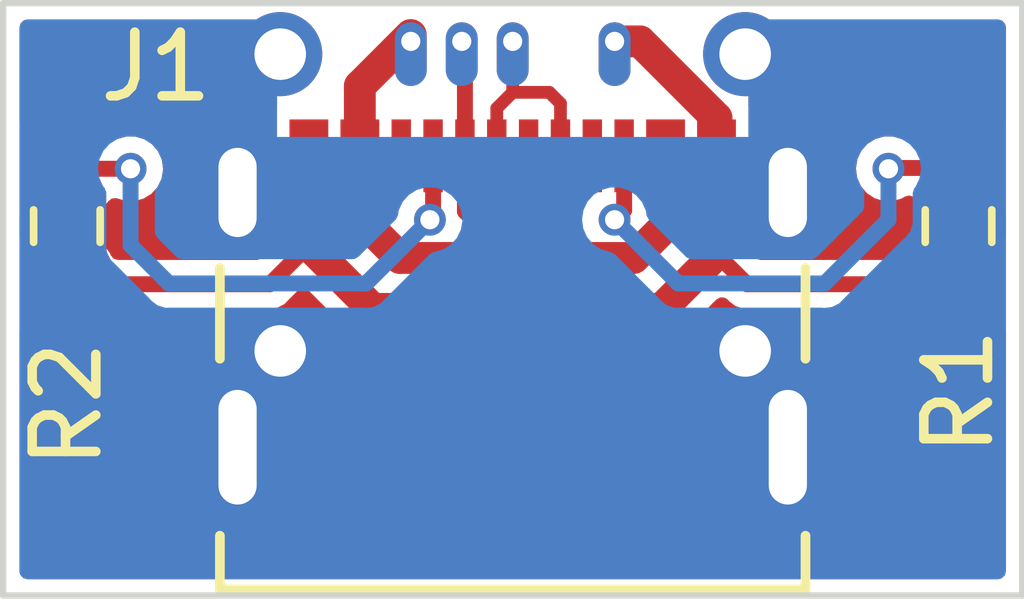
<source format=kicad_pcb>
(kicad_pcb (version 20211014) (generator pcbnew)
  (layers (0 "F.Cu" signal) (31 "B.Cu" signal) (34 "B.Paste" user) (35 "F.Paste" user) (36 "B.SilkS" user "B.Silkscreen") (37 "F.SilkS" user "F.Silkscreen") (38 "B.Mask" user) (39 "F.Mask" user) (44 "Edge.Cuts" user))
  (net 0 "")
  (net 3 "GND")
  (net 4 "+5V")
  (net 5 "GNDPWR")
  (net 6 "Net-(J1-PadA5)")
  (net 7 "Net-(J1-PadB5)")
  (net 8 "/DN")
  (net 9 "/DP")
  (footprint "" (layer "F.Cu") (at 101.6 96.1)
    (fp_text reference "" hide)
    (fp_text value "" hide)
    (pad "B11" thru_hole oval (at 0 0) (size 0.5 1) (drill 0.3 (offset 0 0.2)) (layers *.Cu *.Mask) (net 3 "GND"))
  )
  (footprint "Resistor_SMD:R_0603_1608Metric_Pad0.98x0.95mm_HandSolder" (layer "F.Cu") (at 93 99 90)
    (fp_text reference "R2" (at -2.8 0 90) (layer "F.SilkS"))
    (fp_text value "5K1" hide)
    (fp_line (start -0.254724 0.5225) (end 0.254724 0.5225) (layer "F.SilkS") (width 0.12))
    (fp_line (start -0.254724 -0.5225) (end 0.254724 -0.5225) (layer "F.SilkS") (width 0.12))
    (pad "1" smd roundrect (at -0.9125 0 90) (size 0.975 0.95) (layers "F.Cu" "F.Paste" "F.Mask") (net 3 "GND"))
    (pad "2" smd roundrect (at 0.9125 0 90) (size 0.975 0.95) (layers "F.Cu" "F.Paste" "F.Mask") (net 6 "Net-(J1-PadA5)"))
  )
  (footprint "Resistor_SMD:R_0603_1608Metric_Pad0.98x0.95mm_HandSolder" (layer "F.Cu") (at 107 99 90)
    (fp_text reference "R1" (at -2.6 0 90) (layer "F.SilkS"))
    (fp_text value "5K1" hide)
    (fp_line (start -0.254724 -0.5225) (end 0.254724 -0.5225) (layer "F.SilkS") (width 0.12))
    (fp_line (start -0.254724 0.5225) (end 0.254724 0.5225) (layer "F.SilkS") (width 0.12))
    (pad "1" smd roundrect (at -0.9125 0 90) (size 0.975 0.95) (layers "F.Cu" "F.Paste" "F.Mask") (net 3 "GND"))
    (pad "2" smd roundrect (at 0.9125 0 90) (size 0.975 0.95) (layers "F.Cu" "F.Paste" "F.Mask") (net 7 "Net-(J1-PadB5)"))
  )
  (footprint "" (layer "F.Cu") (at 99.2 96.1)
    (fp_text reference "" hide)
    (fp_text value "" hide)
    (pad "B9" thru_hole oval (at 0 0) (size 0.5 1) (drill 0.3 (offset 0 0.2)) (layers *.Cu *.Mask) (net 8 "/DN"))
  )
  (footprint "footprints:2171790001_MOL" (layer "F.Cu") (at 100 101.2)
    (fp_text reference "J1" (at -5.6 -4.7 unlocked) (layer "F.SilkS"))
    (fp_text value "2171790001" hide)
    (fp_line (start -4.5974 3.5052) (end 4.5974 3.5052) (layer "F.SilkS") (width 0.1524))
    (fp_line (start 4.5974 3.5052) (end 4.5974 2.661593) (layer "F.SilkS") (width 0.1524))
    (fp_line (start -4.5974 2.661593) (end -4.5974 3.5052) (layer "F.SilkS") (width 0.1524))
    (fp_line (start -4.5974 -1.541608) (end -4.5974 -0.117991) (layer "F.SilkS") (width 0.1524))
    (fp_line (start 4.5974 -0.117991) (end 4.5974 -1.541608) (layer "F.SilkS") (width 0.1524))
    (pad "13" thru_hole oval locked (at -4.32 1.271801) (size 1 2.2) (drill oval 0.6 1.8) (layers *.Cu *.Mask) (net 5 "GNDPWR"))
    (pad "14" thru_hole oval locked (at 4.32 1.271801) (size 1 2.2) (drill oval 0.6 1.8) (layers *.Cu *.Mask) (net 5 "GNDPWR"))
    (pad "15" thru_hole oval locked (at -4.32 -2.7282) (size 1 1.8) (drill oval 0.6 1.4) (layers *.Cu *.Mask) (net 5 "GNDPWR"))
    (pad "16" thru_hole oval locked (at 4.32 -2.7282) (size 1 1.8) (drill oval 0.6 1.4) (layers *.Cu *.Mask) (net 5 "GNDPWR"))
    (pad "A1/B12" smd rect locked (at -3.200001 -3.303199) (size 0.6096 1.143) (layers "F.Cu" "F.Paste" "F.Mask") (net 3 "GND"))
    (pad "A4/B9" smd rect locked (at -2.4 -3.303199) (size 0.6096 1.143) (layers "F.Cu" "F.Paste" "F.Mask") (net 4 "+5V"))
    (pad "A5" smd rect locked (at -1.25 -3.303199) (size 0.3048 1.143) (layers "F.Cu" "F.Paste" "F.Mask") (net 6 "Net-(J1-PadA5)"))
    (pad "A6" smd rect locked (at -0.25 -3.303199) (size 0.3048 1.143) (layers "F.Cu" "F.Paste" "F.Mask") (net 9 "/DP"))
    (pad "A7" smd rect locked (at 0.25 -3.303199) (size 0.3048 1.143) (layers "F.Cu" "F.Paste" "F.Mask") (net 8 "/DN"))
    (pad "A8" smd rect locked (at 1.25 -3.303199) (size 0.3048 1.143) (layers "F.Cu" "F.Paste" "F.Mask"))
    (pad "B1/A12" smd rect locked (at 3.199999 -3.303199) (size 0.6096 1.143) (layers "F.Cu" "F.Paste" "F.Mask") (net 3 "GND"))
    (pad "B4/A9" smd rect locked (at 2.4 -3.303199) (size 0.6096 1.143) (layers "F.Cu" "F.Paste" "F.Mask") (net 4 "+5V"))
    (pad "B5" smd rect locked (at 1.75006 -3.303199) (size 0.3048 1.143) (layers "F.Cu" "F.Paste" "F.Mask") (net 7 "Net-(J1-PadB5)"))
    (pad "B6" smd rect locked (at 0.750059 -3.303199) (size 0.3048 1.143) (layers "F.Cu" "F.Paste" "F.Mask") (net 9 "/DP"))
    (pad "B7" smd rect locked (at -0.74994 -3.303199) (size 0.3048 1.143) (layers "F.Cu" "F.Paste" "F.Mask") (net 8 "/DN"))
    (pad "B8" smd rect locked (at -1.749941 -3.303199) (size 0.3048 1.143) (layers "F.Cu" "F.Paste" "F.Mask"))
  )
  (footprint "" (layer "F.Cu") (at 100 96.1)
    (fp_text reference "" hide)
    (fp_text value "" hide)
    (pad "B10" thru_hole oval (at 0 0) (size 0.5 1) (drill 0.3 (offset 0 0.2)) (layers *.Cu *.Mask) (net 9 "/DP"))
  )
  (footprint "" (layer "F.Cu") (at 96.35 100.96)
    (fp_text reference "" hide)
    (fp_text value "" hide)
    (pad "B12" thru_hole circle (at 0 0) (size 1.32 1.32) (drill 0.81) (layers *.Cu *.Mask) (net 5 "GNDPWR"))
  )
  (footprint "" (layer "F.Cu") (at 103.65 96.3)
    (fp_text reference "" hide)
    (fp_text value "" hide)
    (pad "B12" thru_hole circle locked (at 0 0) (size 1.32 1.32) (drill 0.81) (layers *.Cu *.Mask) (net 5 "GNDPWR"))
  )
  (footprint "" (layer "F.Cu") (at 96.35 96.3)
    (fp_text reference "" hide)
    (fp_text value "" hide)
    (pad "B12" thru_hole circle locked (at 0 0) (size 1.32 1.32) (drill 0.81) (layers *.Cu *.Mask) (net 5 "GNDPWR"))
  )
  (footprint "" (layer "F.Cu") (at 98.4 96.1)
    (fp_text reference "" hide)
    (fp_text value "" hide)
    (pad "B8" thru_hole oval (at 0 0) (size 0.5 1) (drill 0.3 (offset 0 0.2)) (layers *.Cu *.Mask) (net 4 "+5V"))
  )
  (footprint "" (layer "F.Cu") (at 103.65 100.96)
    (fp_text reference "" hide)
    (fp_text value "" hide)
    (pad "B12" thru_hole circle (at 0 0) (size 1.32 1.32) (drill 0.81) (layers *.Cu *.Mask) (net 5 "GNDPWR"))
  )
  (gr_line (start 92 104.8) (end 92 95.5) (layer "Edge.Cuts") (width 0.1))
  (gr_line (start 108 104.8) (end 108 95.5) (layer "Edge.Cuts") (width 0.1))
  (gr_line (start 108 104.8) (end 92 104.8) (layer "Edge.Cuts") (width 0.1))
  (gr_line (start 108 95.5) (end 92 95.5) (layer "Edge.Cuts") (width 0.1))
  (segment (start 103.199999 97.896801) (end 103.199999 97.299999) (width 0.5) (layer "F.Cu") (net 3))
  (segment (start 103.199999 97.299999) (end 102 96.1) (width 0.5) (layer "F.Cu") (net 3))
  (segment (start 96.187498 99.9125) (end 96.799999 99.299999) (width 0.25) (layer "F.Cu") (net 3))
  (segment (start 107 99.9125) (end 103.676914 99.9125) (width 0.25) (layer "F.Cu") (net 3))
  (segment (start 97.8 100.3) (end 102.335584 100.3) (width 0.5) (layer "F.Cu") (net 3))
  (segment (start 103.676914 99.9125) (end 103.199999 99.435585) (width 0.25) (layer "F.Cu") (net 3))
  (segment (start 96.799999 97.896801) (end 96.799999 99.299999) (width 0.5) (layer "F.Cu") (net 3))
  (segment (start 103.199999 99.435585) (end 103.199999 97.896801) (width 0.5) (layer "F.Cu") (net 3))
  (segment (start 102.335584 100.3) (end 103.199999 99.435585) (width 0.5) (layer "F.Cu") (net 3))
  (segment (start 96.799999 99.299999) (end 97.8 100.3) (width 0.5) (layer "F.Cu") (net 3))
  (segment (start 102 96.1) (end 101.6 96.1) (width 0.5) (layer "F.Cu") (net 3))
  (segment (start 93 99.9125) (end 96.187498 99.9125) (width 0.25) (layer "F.Cu") (net 3))
  (segment (start 97.6 97.896801) (end 97.6 98.869664) (width 0.5) (layer "F.Cu") (net 4))
  (segment (start 97.6 98.869664) (end 98.230336 99.5) (width 0.5) (layer "F.Cu") (net 4))
  (segment (start 98.4 96) (end 97.6 96.8) (width 0.5) (layer "F.Cu") (net 4))
  (segment (start 98.230336 99.5) (end 101.9 99.5) (width 0.5) (layer "F.Cu") (net 4))
  (segment (start 97.6 96.8) (end 97.6 97.896801) (width 0.5) (layer "F.Cu") (net 4))
  (segment (start 102.4 99) (end 102.4 97.896801) (width 0.5) (layer "F.Cu") (net 4))
  (segment (start 101.9 99.5) (end 102.4 99) (width 0.5) (layer "F.Cu") (net 4))
  (segment (start 98.7 98.9) (end 98.75 98.85) (width 0.25) (layer "F.Cu") (net 6))
  (segment (start 93 98.0875) (end 93.0125 98.1) (width 0.25) (layer "F.Cu") (net 6))
  (segment (start 98.7 98.8) (end 98.707188 98.792812) (width 0.25) (layer "F.Cu") (net 6))
  (segment (start 93.0125 98.1) (end 94 98.1) (width 0.25) (layer "F.Cu") (net 6))
  (segment (start 98.75 98.85) (end 98.75 97.896801) (width 0.25) (layer "F.Cu") (net 6))
  (segment (start 98.7 98.9) (end 98.7 98.8) (width 0.25) (layer "F.Cu") (net 6))
  (via (at 98.7 98.9) (size 0.5) (drill 0.3) (layers "F.Cu" "B.Cu") (net 6))
  (via (at 94 98.1) (size 0.5) (drill 0.3) (layers "F.Cu" "B.Cu") (net 6))
  (segment (start 97.7 99.9) (end 98.6 99) (width 0.25) (layer "B.Cu") (net 6))
  (segment (start 94 98.1) (end 94 99.3) (width 0.25) (layer "B.Cu") (net 6))
  (segment (start 98.6 99) (end 98.7 98.9) (width 0.25) (layer "B.Cu") (net 6))
  (segment (start 94.6 99.9) (end 97.7 99.9) (width 0.25) (layer "B.Cu") (net 6))
  (segment (start 94 99.3) (end 94.6 99.9) (width 0.25) (layer "B.Cu") (net 6))
  (segment (start 101.75006 98.74994) (end 101.7 98.8) (width 0.25) (layer "F.Cu") (net 7))
  (segment (start 101.75006 97.896801) (end 101.75006 98.74994) (width 0.25) (layer "F.Cu") (net 7))
  (segment (start 105.9125 98.0875) (end 105.9 98.1) (width 0.25) (layer "F.Cu") (net 7))
  (segment (start 107 98.0875) (end 105.9125 98.0875) (width 0.25) (layer "F.Cu") (net 7))
  (via (at 101.6 98.9) (size 0.5) (drill 0.3) (layers "F.Cu" "B.Cu") (net 7))
  (via (at 105.9 98.1) (size 0.5) (drill 0.3) (layers "F.Cu" "B.Cu") (net 7))
  (segment (start 105.9 98.9) (end 104.9 99.9) (width 0.25) (layer "B.Cu") (net 7))
  (segment (start 105.9 98.1) (end 105.9 98.9) (width 0.25) (layer "B.Cu") (net 7))
  (segment (start 102.6 99.9) (end 101.6 98.9) (width 0.25) (layer "B.Cu") (net 7))
  (segment (start 104.9 99.9) (end 102.6 99.9) (width 0.25) (layer "B.Cu") (net 7))
  (segment (start 100.1 98.9) (end 100.25 98.75) (width 0.25) (layer "F.Cu") (net 8))
  (segment (start 99.380277 98.9) (end 100.1 98.9) (width 0.25) (layer "F.Cu") (net 8))
  (segment (start 99.25006 97.896801) (end 99.25006 96.05006) (width 0.25) (layer "F.Cu") (net 8))
  (segment (start 99.25006 98.769783) (end 99.380277 98.9) (width 0.25) (layer "F.Cu") (net 8))
  (segment (start 100.25 98.75) (end 100.25 97.896801) (width 0.25) (layer "F.Cu") (net 8))
  (segment (start 99.25006 97.896801) (end 99.25006 98.769783) (width 0.25) (layer "F.Cu") (net 8))
  (segment (start 99.25006 96.05006) (end 99.2 96) (width 0.25) (layer "F.Cu") (net 8))
  (segment (start 100 96.9) (end 100 96.1) (width 0.2) (layer "F.Cu") (net 9))
  (segment (start 100.576121 96.9) (end 100 96.9) (width 0.2) (layer "F.Cu") (net 9))
  (segment (start 100.750059 97.073938) (end 100.576121 96.9) (width 0.2) (layer "F.Cu") (net 9))
  (segment (start 100.750059 97.896801) (end 100.750059 97.073938) (width 0.2) (layer "F.Cu") (net 9))
  (segment (start 99.75 97.15) (end 100 96.9) (width 0.2) (layer "F.Cu") (net 9))
  (segment (start 99.75 97.896801) (end 99.75 97.15) (width 0.2) (layer "F.Cu") (net 9))
  (zone (net 5) (net_name "GNDPWR") (layer "F.Cu") (connect_pads yes (clearance 0.255)) (min_thickness 0.254) (fill yes (thermal_gap 0.254) (thermal_bridge_width 0.508))
    (polygon (pts (xy 96.3 98.8) (xy 103.7 98.8) (xy 103.7 95.5) (xy 108 95.5) (xy 108 104.8) (xy 92 104.8) (xy 92 95.5) (xy 96.3 95.5)))
  )
  (zone (net 5) (net_name "GNDPWR") (layer "B.Cu") (connect_pads yes (clearance 0.255)) (min_thickness 0.254) (fill yes (thermal_gap 0.254) (thermal_bridge_width 0.508) (smoothing chamfer) (radius 0.5))
    (polygon (pts (xy 96.3 97.6) (xy 103.7 97.6) (xy 103.7 95.5) (xy 108 95.5) (xy 108 104.8) (xy 92 104.8) (xy 92 95.5) (xy 96.3 95.5)))
  )
)
</source>
